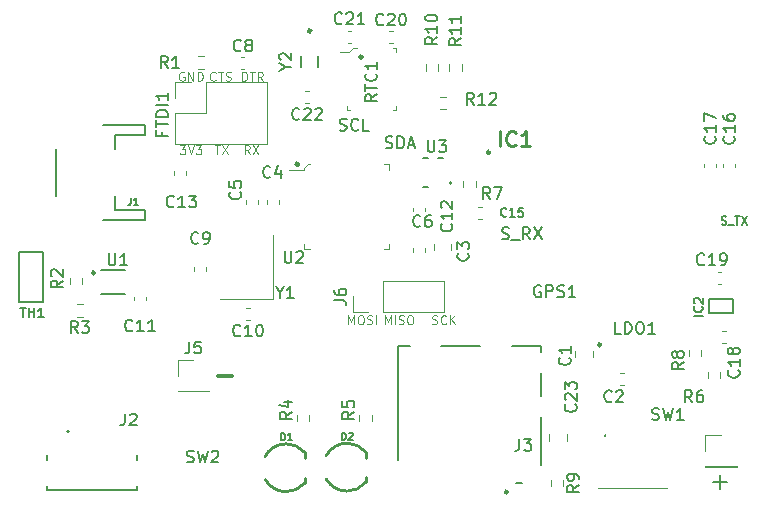
<source format=gbr>
%TF.GenerationSoftware,KiCad,Pcbnew,(5.1.9)-1*%
%TF.CreationDate,2021-02-04T12:48:35+01:00*%
%TF.ProjectId,Track-your-cat,54726163-6b2d-4796-9f75-722d6361742e,1*%
%TF.SameCoordinates,Original*%
%TF.FileFunction,Legend,Top*%
%TF.FilePolarity,Positive*%
%FSLAX46Y46*%
G04 Gerber Fmt 4.6, Leading zero omitted, Abs format (unit mm)*
G04 Created by KiCad (PCBNEW (5.1.9)-1) date 2021-02-04 12:48:35*
%MOMM*%
%LPD*%
G01*
G04 APERTURE LIST*
%ADD10C,0.100000*%
%ADD11C,0.200000*%
%ADD12C,0.300000*%
%ADD13C,0.120000*%
%ADD14C,0.150000*%
%ADD15C,0.250000*%
%ADD16C,0.254000*%
%ADD17C,0.127000*%
%ADD18C,0.203200*%
%ADD19C,0.175000*%
G04 APERTURE END LIST*
D10*
X76735714Y-99103571D02*
X76842857Y-99139285D01*
X77021428Y-99139285D01*
X77092857Y-99103571D01*
X77128571Y-99067857D01*
X77164285Y-98996428D01*
X77164285Y-98925000D01*
X77128571Y-98853571D01*
X77092857Y-98817857D01*
X77021428Y-98782142D01*
X76878571Y-98746428D01*
X76807142Y-98710714D01*
X76771428Y-98675000D01*
X76735714Y-98603571D01*
X76735714Y-98532142D01*
X76771428Y-98460714D01*
X76807142Y-98425000D01*
X76878571Y-98389285D01*
X77057142Y-98389285D01*
X77164285Y-98425000D01*
X77914285Y-99067857D02*
X77878571Y-99103571D01*
X77771428Y-99139285D01*
X77700000Y-99139285D01*
X77592857Y-99103571D01*
X77521428Y-99032142D01*
X77485714Y-98960714D01*
X77450000Y-98817857D01*
X77450000Y-98710714D01*
X77485714Y-98567857D01*
X77521428Y-98496428D01*
X77592857Y-98425000D01*
X77700000Y-98389285D01*
X77771428Y-98389285D01*
X77878571Y-98425000D01*
X77914285Y-98460714D01*
X78235714Y-99139285D02*
X78235714Y-98389285D01*
X78664285Y-99139285D02*
X78342857Y-98710714D01*
X78664285Y-98389285D02*
X78235714Y-98817857D01*
X72721428Y-99139285D02*
X72721428Y-98389285D01*
X72971428Y-98925000D01*
X73221428Y-98389285D01*
X73221428Y-99139285D01*
X73578571Y-99139285D02*
X73578571Y-98389285D01*
X73900000Y-99103571D02*
X74007142Y-99139285D01*
X74185714Y-99139285D01*
X74257142Y-99103571D01*
X74292857Y-99067857D01*
X74328571Y-98996428D01*
X74328571Y-98925000D01*
X74292857Y-98853571D01*
X74257142Y-98817857D01*
X74185714Y-98782142D01*
X74042857Y-98746428D01*
X73971428Y-98710714D01*
X73935714Y-98675000D01*
X73900000Y-98603571D01*
X73900000Y-98532142D01*
X73935714Y-98460714D01*
X73971428Y-98425000D01*
X74042857Y-98389285D01*
X74221428Y-98389285D01*
X74328571Y-98425000D01*
X74792857Y-98389285D02*
X74935714Y-98389285D01*
X75007142Y-98425000D01*
X75078571Y-98496428D01*
X75114285Y-98639285D01*
X75114285Y-98889285D01*
X75078571Y-99032142D01*
X75007142Y-99103571D01*
X74935714Y-99139285D01*
X74792857Y-99139285D01*
X74721428Y-99103571D01*
X74650000Y-99032142D01*
X74614285Y-98889285D01*
X74614285Y-98639285D01*
X74650000Y-98496428D01*
X74721428Y-98425000D01*
X74792857Y-98389285D01*
X69621428Y-99139285D02*
X69621428Y-98389285D01*
X69871428Y-98925000D01*
X70121428Y-98389285D01*
X70121428Y-99139285D01*
X70621428Y-98389285D02*
X70764285Y-98389285D01*
X70835714Y-98425000D01*
X70907142Y-98496428D01*
X70942857Y-98639285D01*
X70942857Y-98889285D01*
X70907142Y-99032142D01*
X70835714Y-99103571D01*
X70764285Y-99139285D01*
X70621428Y-99139285D01*
X70550000Y-99103571D01*
X70478571Y-99032142D01*
X70442857Y-98889285D01*
X70442857Y-98639285D01*
X70478571Y-98496428D01*
X70550000Y-98425000D01*
X70621428Y-98389285D01*
X71228571Y-99103571D02*
X71335714Y-99139285D01*
X71514285Y-99139285D01*
X71585714Y-99103571D01*
X71621428Y-99067857D01*
X71657142Y-98996428D01*
X71657142Y-98925000D01*
X71621428Y-98853571D01*
X71585714Y-98817857D01*
X71514285Y-98782142D01*
X71371428Y-98746428D01*
X71300000Y-98710714D01*
X71264285Y-98675000D01*
X71228571Y-98603571D01*
X71228571Y-98532142D01*
X71264285Y-98460714D01*
X71300000Y-98425000D01*
X71371428Y-98389285D01*
X71550000Y-98389285D01*
X71657142Y-98425000D01*
X71978571Y-99139285D02*
X71978571Y-98389285D01*
D11*
X100528571Y-112507142D02*
X101671428Y-112507142D01*
X101100000Y-113078571D02*
X101100000Y-111935714D01*
D12*
X58628571Y-103507142D02*
X59771428Y-103507142D01*
D10*
X55728571Y-77825000D02*
X55657142Y-77789285D01*
X55550000Y-77789285D01*
X55442857Y-77825000D01*
X55371428Y-77896428D01*
X55335714Y-77967857D01*
X55300000Y-78110714D01*
X55300000Y-78217857D01*
X55335714Y-78360714D01*
X55371428Y-78432142D01*
X55442857Y-78503571D01*
X55550000Y-78539285D01*
X55621428Y-78539285D01*
X55728571Y-78503571D01*
X55764285Y-78467857D01*
X55764285Y-78217857D01*
X55621428Y-78217857D01*
X56085714Y-78539285D02*
X56085714Y-77789285D01*
X56514285Y-78539285D01*
X56514285Y-77789285D01*
X56871428Y-78539285D02*
X56871428Y-77789285D01*
X57050000Y-77789285D01*
X57157142Y-77825000D01*
X57228571Y-77896428D01*
X57264285Y-77967857D01*
X57300000Y-78110714D01*
X57300000Y-78217857D01*
X57264285Y-78360714D01*
X57228571Y-78432142D01*
X57157142Y-78503571D01*
X57050000Y-78539285D01*
X56871428Y-78539285D01*
X58389285Y-78467857D02*
X58353571Y-78503571D01*
X58246428Y-78539285D01*
X58175000Y-78539285D01*
X58067857Y-78503571D01*
X57996428Y-78432142D01*
X57960714Y-78360714D01*
X57925000Y-78217857D01*
X57925000Y-78110714D01*
X57960714Y-77967857D01*
X57996428Y-77896428D01*
X58067857Y-77825000D01*
X58175000Y-77789285D01*
X58246428Y-77789285D01*
X58353571Y-77825000D01*
X58389285Y-77860714D01*
X58603571Y-77789285D02*
X59032142Y-77789285D01*
X58817857Y-78539285D02*
X58817857Y-77789285D01*
X59246428Y-78503571D02*
X59353571Y-78539285D01*
X59532142Y-78539285D01*
X59603571Y-78503571D01*
X59639285Y-78467857D01*
X59675000Y-78396428D01*
X59675000Y-78325000D01*
X59639285Y-78253571D01*
X59603571Y-78217857D01*
X59532142Y-78182142D01*
X59389285Y-78146428D01*
X59317857Y-78110714D01*
X59282142Y-78075000D01*
X59246428Y-78003571D01*
X59246428Y-77932142D01*
X59282142Y-77860714D01*
X59317857Y-77825000D01*
X59389285Y-77789285D01*
X59567857Y-77789285D01*
X59675000Y-77825000D01*
X55371428Y-83989285D02*
X55835714Y-83989285D01*
X55585714Y-84275000D01*
X55692857Y-84275000D01*
X55764285Y-84310714D01*
X55800000Y-84346428D01*
X55835714Y-84417857D01*
X55835714Y-84596428D01*
X55800000Y-84667857D01*
X55764285Y-84703571D01*
X55692857Y-84739285D01*
X55478571Y-84739285D01*
X55407142Y-84703571D01*
X55371428Y-84667857D01*
X56050000Y-83989285D02*
X56300000Y-84739285D01*
X56550000Y-83989285D01*
X56728571Y-83989285D02*
X57192857Y-83989285D01*
X56942857Y-84275000D01*
X57050000Y-84275000D01*
X57121428Y-84310714D01*
X57157142Y-84346428D01*
X57192857Y-84417857D01*
X57192857Y-84596428D01*
X57157142Y-84667857D01*
X57121428Y-84703571D01*
X57050000Y-84739285D01*
X56835714Y-84739285D01*
X56764285Y-84703571D01*
X56728571Y-84667857D01*
X61275000Y-84739285D02*
X61025000Y-84382142D01*
X60846428Y-84739285D02*
X60846428Y-83989285D01*
X61132142Y-83989285D01*
X61203571Y-84025000D01*
X61239285Y-84060714D01*
X61275000Y-84132142D01*
X61275000Y-84239285D01*
X61239285Y-84310714D01*
X61203571Y-84346428D01*
X61132142Y-84382142D01*
X60846428Y-84382142D01*
X61525000Y-83989285D02*
X62025000Y-84739285D01*
X62025000Y-83989285D02*
X61525000Y-84739285D01*
X58328571Y-83989285D02*
X58757142Y-83989285D01*
X58542857Y-84739285D02*
X58542857Y-83989285D01*
X58935714Y-83989285D02*
X59435714Y-84739285D01*
X59435714Y-83989285D02*
X58935714Y-84739285D01*
X60642857Y-78539285D02*
X60642857Y-77789285D01*
X60821428Y-77789285D01*
X60928571Y-77825000D01*
X61000000Y-77896428D01*
X61035714Y-77967857D01*
X61071428Y-78110714D01*
X61071428Y-78217857D01*
X61035714Y-78360714D01*
X61000000Y-78432142D01*
X60928571Y-78503571D01*
X60821428Y-78539285D01*
X60642857Y-78539285D01*
X61285714Y-77789285D02*
X61714285Y-77789285D01*
X61500000Y-78539285D02*
X61500000Y-77789285D01*
X62392857Y-78539285D02*
X62142857Y-78182142D01*
X61964285Y-78539285D02*
X61964285Y-77789285D01*
X62250000Y-77789285D01*
X62321428Y-77825000D01*
X62357142Y-77860714D01*
X62392857Y-77932142D01*
X62392857Y-78039285D01*
X62357142Y-78110714D01*
X62321428Y-78146428D01*
X62250000Y-78182142D01*
X61964285Y-78182142D01*
D12*
X70800000Y-76500000D02*
G75*
G03*
X70800000Y-76500000I-100000J0D01*
G01*
X65400000Y-85600000D02*
G75*
G03*
X65400000Y-85600000I-100000J0D01*
G01*
D13*
%TO.C,FTDI1*%
X54970000Y-80000000D02*
X54970000Y-78670000D01*
X54970000Y-78670000D02*
X56300000Y-78670000D01*
X54970000Y-81270000D02*
X57570000Y-81270000D01*
X57570000Y-81270000D02*
X57570000Y-78670000D01*
X57570000Y-78670000D02*
X62710000Y-78670000D01*
X62710000Y-83870000D02*
X62710000Y-78670000D01*
X54970000Y-83870000D02*
X62710000Y-83870000D01*
X54970000Y-83870000D02*
X54970000Y-81270000D01*
D14*
%TO.C,J3*%
X73850000Y-101025000D02*
X74845000Y-101025000D01*
X77495000Y-101025000D02*
X80815000Y-101025000D01*
X83465000Y-101025000D02*
X85950000Y-101025000D01*
X85950000Y-111075000D02*
X85950000Y-106975000D01*
X85950000Y-105225000D02*
X85950000Y-103275001D01*
X85950000Y-101525001D02*
X85950000Y-101025000D01*
X83805000Y-112575000D02*
X84315000Y-112575000D01*
X73850000Y-110625000D02*
X73850000Y-101025000D01*
D15*
X83130000Y-113350000D02*
G75*
G03*
X83130000Y-113350000I-125000J0D01*
G01*
D13*
%TO.C,J5*%
X55170000Y-102170000D02*
X56500000Y-102170000D01*
X55170000Y-103500000D02*
X55170000Y-102170000D01*
X55170000Y-104770000D02*
X57830000Y-104770000D01*
X57830000Y-104770000D02*
X57830000Y-104830000D01*
X55170000Y-104770000D02*
X55170000Y-104830000D01*
X55170000Y-104830000D02*
X57830000Y-104830000D01*
%TO.C,J4*%
X99870000Y-108570000D02*
X101200000Y-108570000D01*
X99870000Y-109900000D02*
X99870000Y-108570000D01*
X99870000Y-111170000D02*
X102530000Y-111170000D01*
X102530000Y-111170000D02*
X102530000Y-111230000D01*
X99870000Y-111170000D02*
X99870000Y-111230000D01*
X99870000Y-111230000D02*
X102530000Y-111230000D01*
D15*
%TO.C,IC1*%
X81625000Y-84600000D02*
G75*
G03*
X81625000Y-84600000I-125000J0D01*
G01*
D16*
%TO.C,D2*%
X71104800Y-112542860D02*
X71104800Y-112088200D01*
X71104800Y-109957140D02*
X71104800Y-110462600D01*
X71104800Y-112542860D02*
X71104800Y-112088200D01*
X71104800Y-109957140D02*
X71104800Y-110462600D01*
X67766701Y-112259851D02*
G75*
G03*
X69530000Y-113282000I1763299J1009851D01*
G01*
X69532552Y-113279386D02*
G75*
G03*
X71079400Y-112560640I-2552J2029386D01*
G01*
X69529025Y-109220540D02*
G75*
G03*
X67739300Y-110294960I975J-2029460D01*
G01*
X71088880Y-109946574D02*
G75*
G03*
X69530000Y-109218000I-1558880J-1303426D01*
G01*
X67766701Y-112259851D02*
G75*
G03*
X69530000Y-113282000I1763299J1009851D01*
G01*
X69532552Y-113279386D02*
G75*
G03*
X71079400Y-112560640I-2552J2029386D01*
G01*
X69529025Y-109220540D02*
G75*
G03*
X67739300Y-110294960I975J-2029460D01*
G01*
X71088880Y-109946574D02*
G75*
G03*
X69530000Y-109218000I-1558880J-1303426D01*
G01*
D11*
%TO.C,U3*%
X78400000Y-87200000D02*
G75*
G03*
X78400000Y-87200000I-100000J0D01*
G01*
D17*
X77250000Y-85086500D02*
X77650000Y-85086500D01*
X76350000Y-85086500D02*
X75950000Y-85086500D01*
X76350000Y-87513500D02*
X75950000Y-87513500D01*
D13*
%TO.C,R10*%
X76177500Y-77667224D02*
X76177500Y-77157776D01*
X77222500Y-77667224D02*
X77222500Y-77157776D01*
D17*
%TO.C,Y2*%
X67100000Y-76460000D02*
X67100000Y-77340000D01*
X65600000Y-76460000D02*
X65600000Y-77340000D01*
D12*
X66450000Y-74300000D02*
G75*
G03*
X66450000Y-74300000I-100000J0D01*
G01*
D10*
%TO.C,U2*%
X66350000Y-85600000D02*
X66250000Y-85600000D01*
X66250000Y-85600000D02*
X65900000Y-85950000D01*
X65900000Y-85950000D02*
X65900000Y-86050000D01*
X65900000Y-86050000D02*
X64600000Y-86050000D01*
X73100000Y-85600000D02*
X72650000Y-85600000D01*
X73100000Y-85600000D02*
X73100000Y-86050000D01*
X73100000Y-92800000D02*
X73100000Y-92350000D01*
X73100000Y-92800000D02*
X72650000Y-92800000D01*
X65900000Y-92800000D02*
X66350000Y-92800000D01*
X65900000Y-92800000D02*
X65900000Y-92350000D01*
D16*
%TO.C,D1*%
X65944800Y-110007140D02*
X65944800Y-110512600D01*
X65944800Y-112592860D02*
X65944800Y-112138200D01*
X65944800Y-110007140D02*
X65944800Y-110512600D01*
X65944800Y-112592860D02*
X65944800Y-112138200D01*
X65928880Y-109996574D02*
G75*
G03*
X64370000Y-109268000I-1558880J-1303426D01*
G01*
X64369025Y-109270540D02*
G75*
G03*
X62579300Y-110344960I975J-2029460D01*
G01*
X64372552Y-113329386D02*
G75*
G03*
X65919400Y-112610640I-2552J2029386D01*
G01*
X62606701Y-112309851D02*
G75*
G03*
X64370000Y-113332000I1763299J1009851D01*
G01*
X65928880Y-109996574D02*
G75*
G03*
X64370000Y-109268000I-1558880J-1303426D01*
G01*
X64369025Y-109270540D02*
G75*
G03*
X62579300Y-110344960I975J-2029460D01*
G01*
X64372552Y-113329386D02*
G75*
G03*
X65919400Y-112610640I-2552J2029386D01*
G01*
X62606701Y-112309851D02*
G75*
G03*
X64370000Y-113332000I1763299J1009851D01*
G01*
D13*
%TO.C,R8*%
X98477500Y-101854724D02*
X98477500Y-101345276D01*
X99522500Y-101854724D02*
X99522500Y-101345276D01*
%TO.C,C1*%
X90335000Y-101401248D02*
X90335000Y-101923752D01*
X88865000Y-101401248D02*
X88865000Y-101923752D01*
%TO.C,C2*%
X92946267Y-104310000D02*
X92653733Y-104310000D01*
X92946267Y-103290000D02*
X92653733Y-103290000D01*
%TO.C,C3*%
X78335000Y-92376248D02*
X78335000Y-92898752D01*
X76865000Y-92376248D02*
X76865000Y-92898752D01*
%TO.C,C4*%
X63760000Y-88958767D02*
X63760000Y-88666233D01*
X62740000Y-88958767D02*
X62740000Y-88666233D01*
%TO.C,C5*%
X60990000Y-88958767D02*
X60990000Y-88666233D01*
X62010000Y-88958767D02*
X62010000Y-88666233D01*
%TO.C,C6*%
X75090000Y-92716233D02*
X75090000Y-93008767D01*
X76110000Y-92716233D02*
X76110000Y-93008767D01*
%TO.C,C8*%
X60516233Y-77510000D02*
X60808767Y-77510000D01*
X60516233Y-76490000D02*
X60808767Y-76490000D01*
%TO.C,C9*%
X57610000Y-94608767D02*
X57610000Y-94316233D01*
X56590000Y-94608767D02*
X56590000Y-94316233D01*
%TO.C,C10*%
X61283767Y-98810000D02*
X60991233Y-98810000D01*
X61283767Y-97790000D02*
X60991233Y-97790000D01*
%TO.C,C11*%
X52510000Y-96816233D02*
X52510000Y-97108767D01*
X51490000Y-96816233D02*
X51490000Y-97108767D01*
%TO.C,C12*%
X75090000Y-89583767D02*
X75090000Y-89291233D01*
X76110000Y-89583767D02*
X76110000Y-89291233D01*
%TO.C,C13*%
X54890000Y-86216233D02*
X54890000Y-86508767D01*
X55910000Y-86216233D02*
X55910000Y-86508767D01*
%TO.C,C15*%
X80908767Y-89190000D02*
X80616233Y-89190000D01*
X80908767Y-90210000D02*
X80616233Y-90210000D01*
%TO.C,C16*%
X102410000Y-85846267D02*
X102410000Y-85553733D01*
X101390000Y-85846267D02*
X101390000Y-85553733D01*
%TO.C,C17*%
X100760000Y-85846267D02*
X100760000Y-85553733D01*
X99740000Y-85846267D02*
X99740000Y-85553733D01*
%TO.C,C18*%
X101583767Y-100710000D02*
X101291233Y-100710000D01*
X101583767Y-99690000D02*
X101291233Y-99690000D01*
%TO.C,C20*%
X73091233Y-74290000D02*
X73383767Y-74290000D01*
X73091233Y-75310000D02*
X73383767Y-75310000D01*
%TO.C,C21*%
X69883767Y-74290000D02*
X69591233Y-74290000D01*
X69883767Y-75310000D02*
X69591233Y-75310000D01*
%TO.C,C22*%
X65991233Y-79390000D02*
X66283767Y-79390000D01*
X65991233Y-80410000D02*
X66283767Y-80410000D01*
%TO.C,C23*%
X86665000Y-108476248D02*
X86665000Y-108998752D01*
X88135000Y-108476248D02*
X88135000Y-108998752D01*
D17*
%TO.C,IC2*%
X100201780Y-96975160D02*
X102198220Y-96975160D01*
X102198220Y-96975160D02*
X102198220Y-98224840D01*
X100201780Y-98224840D02*
X102198220Y-98224840D01*
X100201780Y-98224840D02*
X100201780Y-96975160D01*
D18*
%TO.C,J1*%
X48898220Y-90297960D02*
X52398340Y-90297960D01*
X52398340Y-90297960D02*
X52398340Y-89497860D01*
X52398340Y-89497860D02*
X49898980Y-89497860D01*
X49898980Y-89497860D02*
X49898980Y-88298980D01*
X49898980Y-84301020D02*
X49898980Y-83102140D01*
X49898980Y-83102140D02*
X52398340Y-83102140D01*
X52398340Y-83102140D02*
X52398340Y-82302040D01*
X52398340Y-82302040D02*
X48898220Y-82302040D01*
X44900260Y-84301020D02*
X44900260Y-88298980D01*
D15*
%TO.C,LDO1*%
X91025000Y-100875000D02*
G75*
G03*
X91025000Y-100875000I-125000J0D01*
G01*
D13*
%TO.C,R1*%
X56945276Y-77522500D02*
X57454724Y-77522500D01*
X56945276Y-76477500D02*
X57454724Y-76477500D01*
%TO.C,R2*%
X46077500Y-95245276D02*
X46077500Y-95754724D01*
X47122500Y-95245276D02*
X47122500Y-95754724D01*
%TO.C,R3*%
X47142224Y-98522500D02*
X46632776Y-98522500D01*
X47142224Y-97477500D02*
X46632776Y-97477500D01*
%TO.C,R4*%
X65277500Y-107342224D02*
X65277500Y-106832776D01*
X66322500Y-107342224D02*
X66322500Y-106832776D01*
%TO.C,R5*%
X71622500Y-107342224D02*
X71622500Y-106832776D01*
X70577500Y-107342224D02*
X70577500Y-106832776D01*
%TO.C,R6*%
X100077500Y-103232776D02*
X100077500Y-103742224D01*
X101122500Y-103232776D02*
X101122500Y-103742224D01*
%TO.C,R7*%
X79377500Y-87542224D02*
X79377500Y-87032776D01*
X80422500Y-87542224D02*
X80422500Y-87032776D01*
%TO.C,R9*%
X86777500Y-112842224D02*
X86777500Y-112332776D01*
X87822500Y-112842224D02*
X87822500Y-112332776D01*
%TO.C,R11*%
X78177500Y-77667224D02*
X78177500Y-77157776D01*
X79222500Y-77667224D02*
X79222500Y-77157776D01*
%TO.C,R12*%
X77432776Y-80922500D02*
X77942224Y-80922500D01*
X77432776Y-79877500D02*
X77942224Y-79877500D01*
D10*
%TO.C,RTC1*%
X70400000Y-75800000D02*
X70000000Y-75800000D01*
X70000000Y-75800000D02*
X69700000Y-76100000D01*
X69700000Y-76100000D02*
X68900000Y-76100000D01*
X69500000Y-80700000D02*
X69500000Y-81000000D01*
X69500000Y-81000000D02*
X69800000Y-81000000D01*
X73700000Y-76100000D02*
X73700000Y-75800000D01*
X73700000Y-75800000D02*
X73400000Y-75800000D01*
X73700000Y-80700000D02*
X73700000Y-81000000D01*
X73700000Y-81000000D02*
X73400000Y-81000000D01*
%TO.C,SW1*%
X90800000Y-113000000D02*
X96600000Y-113000000D01*
D11*
X91400000Y-108500000D02*
X91400000Y-108500000D01*
X91400000Y-108600000D02*
X91400000Y-108600000D01*
X91400000Y-108500000D02*
X91400000Y-108500000D01*
X91400000Y-108600000D02*
G75*
G02*
X91400000Y-108500000I0J50000D01*
G01*
X91400000Y-108500000D02*
G75*
G02*
X91400000Y-108600000I0J-50000D01*
G01*
X91400000Y-108600000D02*
G75*
G02*
X91400000Y-108500000I0J50000D01*
G01*
D17*
%TO.C,TH1*%
X43750000Y-93050000D02*
X41750000Y-93050000D01*
X41750000Y-93050000D02*
X41750000Y-97250000D01*
X41750000Y-97250000D02*
X43750000Y-97250000D01*
X43750000Y-97250000D02*
X43750000Y-93050000D01*
D14*
%TO.C,U1*%
X48700000Y-96600000D02*
X48700000Y-96600000D01*
X48700000Y-96600000D02*
X50700000Y-96600000D01*
X50700000Y-96600000D02*
X50700000Y-96600000D01*
X48700000Y-94600000D02*
X48700000Y-94600000D01*
X48700000Y-94600000D02*
X50700000Y-94600000D01*
X50700000Y-94600000D02*
X50700000Y-94600000D01*
D15*
X48168934Y-94800000D02*
G75*
G03*
X48168934Y-94800000I-125000J0D01*
G01*
D13*
%TO.C,Y1*%
X63250000Y-97000000D02*
X63250000Y-91600000D01*
X58750000Y-97000000D02*
X63250000Y-97000000D01*
D17*
%TO.C,J2*%
X51700000Y-112850000D02*
X51700000Y-113150000D01*
X44100000Y-112850000D02*
X44100000Y-113150000D01*
X51700000Y-110650000D02*
X51700000Y-110250000D01*
X44100000Y-110250000D02*
X44100000Y-110650000D01*
X44100000Y-113200000D02*
X51700000Y-113200000D01*
D11*
X46000000Y-108250000D02*
G75*
G03*
X46000000Y-108250000I-100000J0D01*
G01*
D13*
%TO.C,C19*%
X100891233Y-95710000D02*
X101183767Y-95710000D01*
X100891233Y-94690000D02*
X101183767Y-94690000D01*
%TO.C,J6*%
X69990000Y-98130000D02*
X69990000Y-96800000D01*
X71320000Y-98130000D02*
X69990000Y-98130000D01*
X72590000Y-98130000D02*
X72590000Y-95470000D01*
X72590000Y-95470000D02*
X77730000Y-95470000D01*
X72590000Y-98130000D02*
X77730000Y-98130000D01*
X77730000Y-98130000D02*
X77730000Y-95470000D01*
%TO.C,FTDI1*%
D14*
X53828571Y-82852380D02*
X53828571Y-83185714D01*
X54352380Y-83185714D02*
X53352380Y-83185714D01*
X53352380Y-82709523D01*
X53352380Y-82471428D02*
X53352380Y-81900000D01*
X54352380Y-82185714D02*
X53352380Y-82185714D01*
X54352380Y-81566666D02*
X53352380Y-81566666D01*
X53352380Y-81328571D01*
X53400000Y-81185714D01*
X53495238Y-81090476D01*
X53590476Y-81042857D01*
X53780952Y-80995238D01*
X53923809Y-80995238D01*
X54114285Y-81042857D01*
X54209523Y-81090476D01*
X54304761Y-81185714D01*
X54352380Y-81328571D01*
X54352380Y-81566666D01*
X54352380Y-80566666D02*
X53352380Y-80566666D01*
X54352380Y-79566666D02*
X54352380Y-80138095D01*
X54352380Y-79852380D02*
X53352380Y-79852380D01*
X53495238Y-79947619D01*
X53590476Y-80042857D01*
X53638095Y-80138095D01*
%TO.C,J3*%
X84121309Y-108852380D02*
X84121309Y-109566666D01*
X84073690Y-109709523D01*
X83978452Y-109804761D01*
X83835595Y-109852380D01*
X83740357Y-109852380D01*
X84502261Y-108852380D02*
X85121309Y-108852380D01*
X84787976Y-109233333D01*
X84930833Y-109233333D01*
X85026071Y-109280952D01*
X85073690Y-109328571D01*
X85121309Y-109423809D01*
X85121309Y-109661904D01*
X85073690Y-109757142D01*
X85026071Y-109804761D01*
X84930833Y-109852380D01*
X84645119Y-109852380D01*
X84549880Y-109804761D01*
X84502261Y-109757142D01*
%TO.C,J5*%
X56166666Y-100622380D02*
X56166666Y-101336666D01*
X56119047Y-101479523D01*
X56023809Y-101574761D01*
X55880952Y-101622380D01*
X55785714Y-101622380D01*
X57119047Y-100622380D02*
X56642857Y-100622380D01*
X56595238Y-101098571D01*
X56642857Y-101050952D01*
X56738095Y-101003333D01*
X56976190Y-101003333D01*
X57071428Y-101050952D01*
X57119047Y-101098571D01*
X57166666Y-101193809D01*
X57166666Y-101431904D01*
X57119047Y-101527142D01*
X57071428Y-101574761D01*
X56976190Y-101622380D01*
X56738095Y-101622380D01*
X56642857Y-101574761D01*
X56595238Y-101527142D01*
%TO.C,IC1*%
D16*
X82460238Y-84074523D02*
X82460238Y-82804523D01*
X83790714Y-83953571D02*
X83730238Y-84014047D01*
X83548809Y-84074523D01*
X83427857Y-84074523D01*
X83246428Y-84014047D01*
X83125476Y-83893095D01*
X83065000Y-83772142D01*
X83004523Y-83530238D01*
X83004523Y-83348809D01*
X83065000Y-83106904D01*
X83125476Y-82985952D01*
X83246428Y-82865000D01*
X83427857Y-82804523D01*
X83548809Y-82804523D01*
X83730238Y-82865000D01*
X83790714Y-82925476D01*
X85000238Y-84074523D02*
X84274523Y-84074523D01*
X84637380Y-84074523D02*
X84637380Y-82804523D01*
X84516428Y-82985952D01*
X84395476Y-83106904D01*
X84274523Y-83167380D01*
%TO.C,D2*%
D17*
X69080057Y-108937511D02*
X69080057Y-108327911D01*
X69225200Y-108327911D01*
X69312285Y-108356940D01*
X69370342Y-108414997D01*
X69399371Y-108473054D01*
X69428400Y-108589168D01*
X69428400Y-108676254D01*
X69399371Y-108792368D01*
X69370342Y-108850425D01*
X69312285Y-108908482D01*
X69225200Y-108937511D01*
X69080057Y-108937511D01*
X69660628Y-108385968D02*
X69689657Y-108356940D01*
X69747714Y-108327911D01*
X69892857Y-108327911D01*
X69950914Y-108356940D01*
X69979942Y-108385968D01*
X70008971Y-108444025D01*
X70008971Y-108502082D01*
X69979942Y-108589168D01*
X69631600Y-108937511D01*
X70008971Y-108937511D01*
%TO.C,U3*%
D14*
X76338095Y-83552380D02*
X76338095Y-84361904D01*
X76385714Y-84457142D01*
X76433333Y-84504761D01*
X76528571Y-84552380D01*
X76719047Y-84552380D01*
X76814285Y-84504761D01*
X76861904Y-84457142D01*
X76909523Y-84361904D01*
X76909523Y-83552380D01*
X77290476Y-83552380D02*
X77909523Y-83552380D01*
X77576190Y-83933333D01*
X77719047Y-83933333D01*
X77814285Y-83980952D01*
X77861904Y-84028571D01*
X77909523Y-84123809D01*
X77909523Y-84361904D01*
X77861904Y-84457142D01*
X77814285Y-84504761D01*
X77719047Y-84552380D01*
X77433333Y-84552380D01*
X77338095Y-84504761D01*
X77290476Y-84457142D01*
%TO.C,GPS1*%
X85909523Y-95900000D02*
X85814285Y-95852380D01*
X85671428Y-95852380D01*
X85528571Y-95900000D01*
X85433333Y-95995238D01*
X85385714Y-96090476D01*
X85338095Y-96280952D01*
X85338095Y-96423809D01*
X85385714Y-96614285D01*
X85433333Y-96709523D01*
X85528571Y-96804761D01*
X85671428Y-96852380D01*
X85766666Y-96852380D01*
X85909523Y-96804761D01*
X85957142Y-96757142D01*
X85957142Y-96423809D01*
X85766666Y-96423809D01*
X86385714Y-96852380D02*
X86385714Y-95852380D01*
X86766666Y-95852380D01*
X86861904Y-95900000D01*
X86909523Y-95947619D01*
X86957142Y-96042857D01*
X86957142Y-96185714D01*
X86909523Y-96280952D01*
X86861904Y-96328571D01*
X86766666Y-96376190D01*
X86385714Y-96376190D01*
X87338095Y-96804761D02*
X87480952Y-96852380D01*
X87719047Y-96852380D01*
X87814285Y-96804761D01*
X87861904Y-96757142D01*
X87909523Y-96661904D01*
X87909523Y-96566666D01*
X87861904Y-96471428D01*
X87814285Y-96423809D01*
X87719047Y-96376190D01*
X87528571Y-96328571D01*
X87433333Y-96280952D01*
X87385714Y-96233333D01*
X87338095Y-96138095D01*
X87338095Y-96042857D01*
X87385714Y-95947619D01*
X87433333Y-95900000D01*
X87528571Y-95852380D01*
X87766666Y-95852380D01*
X87909523Y-95900000D01*
X88861904Y-96852380D02*
X88290476Y-96852380D01*
X88576190Y-96852380D02*
X88576190Y-95852380D01*
X88480952Y-95995238D01*
X88385714Y-96090476D01*
X88290476Y-96138095D01*
%TO.C,R10*%
X77152380Y-74842857D02*
X76676190Y-75176190D01*
X77152380Y-75414285D02*
X76152380Y-75414285D01*
X76152380Y-75033333D01*
X76200000Y-74938095D01*
X76247619Y-74890476D01*
X76342857Y-74842857D01*
X76485714Y-74842857D01*
X76580952Y-74890476D01*
X76628571Y-74938095D01*
X76676190Y-75033333D01*
X76676190Y-75414285D01*
X77152380Y-73890476D02*
X77152380Y-74461904D01*
X77152380Y-74176190D02*
X76152380Y-74176190D01*
X76295238Y-74271428D01*
X76390476Y-74366666D01*
X76438095Y-74461904D01*
X76152380Y-73271428D02*
X76152380Y-73176190D01*
X76200000Y-73080952D01*
X76247619Y-73033333D01*
X76342857Y-72985714D01*
X76533333Y-72938095D01*
X76771428Y-72938095D01*
X76961904Y-72985714D01*
X77057142Y-73033333D01*
X77104761Y-73080952D01*
X77152380Y-73176190D01*
X77152380Y-73271428D01*
X77104761Y-73366666D01*
X77057142Y-73414285D01*
X76961904Y-73461904D01*
X76771428Y-73509523D01*
X76533333Y-73509523D01*
X76342857Y-73461904D01*
X76247619Y-73414285D01*
X76200000Y-73366666D01*
X76152380Y-73271428D01*
%TO.C,Y2*%
X64326190Y-77376190D02*
X64802380Y-77376190D01*
X63802380Y-77709523D02*
X64326190Y-77376190D01*
X63802380Y-77042857D01*
X63897619Y-76757142D02*
X63850000Y-76709523D01*
X63802380Y-76614285D01*
X63802380Y-76376190D01*
X63850000Y-76280952D01*
X63897619Y-76233333D01*
X63992857Y-76185714D01*
X64088095Y-76185714D01*
X64230952Y-76233333D01*
X64802380Y-76804761D01*
X64802380Y-76185714D01*
%TO.C,U2*%
X64238095Y-92952380D02*
X64238095Y-93761904D01*
X64285714Y-93857142D01*
X64333333Y-93904761D01*
X64428571Y-93952380D01*
X64619047Y-93952380D01*
X64714285Y-93904761D01*
X64761904Y-93857142D01*
X64809523Y-93761904D01*
X64809523Y-92952380D01*
X65238095Y-93047619D02*
X65285714Y-93000000D01*
X65380952Y-92952380D01*
X65619047Y-92952380D01*
X65714285Y-93000000D01*
X65761904Y-93047619D01*
X65809523Y-93142857D01*
X65809523Y-93238095D01*
X65761904Y-93380952D01*
X65190476Y-93952380D01*
X65809523Y-93952380D01*
%TO.C,D1*%
D17*
X63920057Y-108987511D02*
X63920057Y-108377911D01*
X64065200Y-108377911D01*
X64152285Y-108406940D01*
X64210342Y-108464997D01*
X64239371Y-108523054D01*
X64268400Y-108639168D01*
X64268400Y-108726254D01*
X64239371Y-108842368D01*
X64210342Y-108900425D01*
X64152285Y-108958482D01*
X64065200Y-108987511D01*
X63920057Y-108987511D01*
X64848971Y-108987511D02*
X64500628Y-108987511D01*
X64674800Y-108987511D02*
X64674800Y-108377911D01*
X64616742Y-108464997D01*
X64558685Y-108523054D01*
X64500628Y-108552082D01*
%TO.C,R8*%
D14*
X98052380Y-102366666D02*
X97576190Y-102700000D01*
X98052380Y-102938095D02*
X97052380Y-102938095D01*
X97052380Y-102557142D01*
X97100000Y-102461904D01*
X97147619Y-102414285D01*
X97242857Y-102366666D01*
X97385714Y-102366666D01*
X97480952Y-102414285D01*
X97528571Y-102461904D01*
X97576190Y-102557142D01*
X97576190Y-102938095D01*
X97480952Y-101795238D02*
X97433333Y-101890476D01*
X97385714Y-101938095D01*
X97290476Y-101985714D01*
X97242857Y-101985714D01*
X97147619Y-101938095D01*
X97100000Y-101890476D01*
X97052380Y-101795238D01*
X97052380Y-101604761D01*
X97100000Y-101509523D01*
X97147619Y-101461904D01*
X97242857Y-101414285D01*
X97290476Y-101414285D01*
X97385714Y-101461904D01*
X97433333Y-101509523D01*
X97480952Y-101604761D01*
X97480952Y-101795238D01*
X97528571Y-101890476D01*
X97576190Y-101938095D01*
X97671428Y-101985714D01*
X97861904Y-101985714D01*
X97957142Y-101938095D01*
X98004761Y-101890476D01*
X98052380Y-101795238D01*
X98052380Y-101604761D01*
X98004761Y-101509523D01*
X97957142Y-101461904D01*
X97861904Y-101414285D01*
X97671428Y-101414285D01*
X97576190Y-101461904D01*
X97528571Y-101509523D01*
X97480952Y-101604761D01*
%TO.C,C1*%
X88357142Y-101966666D02*
X88404761Y-102014285D01*
X88452380Y-102157142D01*
X88452380Y-102252380D01*
X88404761Y-102395238D01*
X88309523Y-102490476D01*
X88214285Y-102538095D01*
X88023809Y-102585714D01*
X87880952Y-102585714D01*
X87690476Y-102538095D01*
X87595238Y-102490476D01*
X87500000Y-102395238D01*
X87452380Y-102252380D01*
X87452380Y-102157142D01*
X87500000Y-102014285D01*
X87547619Y-101966666D01*
X88452380Y-101014285D02*
X88452380Y-101585714D01*
X88452380Y-101300000D02*
X87452380Y-101300000D01*
X87595238Y-101395238D01*
X87690476Y-101490476D01*
X87738095Y-101585714D01*
%TO.C,C2*%
X91933333Y-105657142D02*
X91885714Y-105704761D01*
X91742857Y-105752380D01*
X91647619Y-105752380D01*
X91504761Y-105704761D01*
X91409523Y-105609523D01*
X91361904Y-105514285D01*
X91314285Y-105323809D01*
X91314285Y-105180952D01*
X91361904Y-104990476D01*
X91409523Y-104895238D01*
X91504761Y-104800000D01*
X91647619Y-104752380D01*
X91742857Y-104752380D01*
X91885714Y-104800000D01*
X91933333Y-104847619D01*
X92314285Y-104847619D02*
X92361904Y-104800000D01*
X92457142Y-104752380D01*
X92695238Y-104752380D01*
X92790476Y-104800000D01*
X92838095Y-104847619D01*
X92885714Y-104942857D01*
X92885714Y-105038095D01*
X92838095Y-105180952D01*
X92266666Y-105752380D01*
X92885714Y-105752380D01*
%TO.C,C3*%
X79757142Y-93141666D02*
X79804761Y-93189285D01*
X79852380Y-93332142D01*
X79852380Y-93427380D01*
X79804761Y-93570238D01*
X79709523Y-93665476D01*
X79614285Y-93713095D01*
X79423809Y-93760714D01*
X79280952Y-93760714D01*
X79090476Y-93713095D01*
X78995238Y-93665476D01*
X78900000Y-93570238D01*
X78852380Y-93427380D01*
X78852380Y-93332142D01*
X78900000Y-93189285D01*
X78947619Y-93141666D01*
X78852380Y-92808333D02*
X78852380Y-92189285D01*
X79233333Y-92522619D01*
X79233333Y-92379761D01*
X79280952Y-92284523D01*
X79328571Y-92236904D01*
X79423809Y-92189285D01*
X79661904Y-92189285D01*
X79757142Y-92236904D01*
X79804761Y-92284523D01*
X79852380Y-92379761D01*
X79852380Y-92665476D01*
X79804761Y-92760714D01*
X79757142Y-92808333D01*
%TO.C,C4*%
X63033333Y-86657142D02*
X62985714Y-86704761D01*
X62842857Y-86752380D01*
X62747619Y-86752380D01*
X62604761Y-86704761D01*
X62509523Y-86609523D01*
X62461904Y-86514285D01*
X62414285Y-86323809D01*
X62414285Y-86180952D01*
X62461904Y-85990476D01*
X62509523Y-85895238D01*
X62604761Y-85800000D01*
X62747619Y-85752380D01*
X62842857Y-85752380D01*
X62985714Y-85800000D01*
X63033333Y-85847619D01*
X63890476Y-86085714D02*
X63890476Y-86752380D01*
X63652380Y-85704761D02*
X63414285Y-86419047D01*
X64033333Y-86419047D01*
%TO.C,C5*%
X60457142Y-87966666D02*
X60504761Y-88014285D01*
X60552380Y-88157142D01*
X60552380Y-88252380D01*
X60504761Y-88395238D01*
X60409523Y-88490476D01*
X60314285Y-88538095D01*
X60123809Y-88585714D01*
X59980952Y-88585714D01*
X59790476Y-88538095D01*
X59695238Y-88490476D01*
X59600000Y-88395238D01*
X59552380Y-88252380D01*
X59552380Y-88157142D01*
X59600000Y-88014285D01*
X59647619Y-87966666D01*
X59552380Y-87061904D02*
X59552380Y-87538095D01*
X60028571Y-87585714D01*
X59980952Y-87538095D01*
X59933333Y-87442857D01*
X59933333Y-87204761D01*
X59980952Y-87109523D01*
X60028571Y-87061904D01*
X60123809Y-87014285D01*
X60361904Y-87014285D01*
X60457142Y-87061904D01*
X60504761Y-87109523D01*
X60552380Y-87204761D01*
X60552380Y-87442857D01*
X60504761Y-87538095D01*
X60457142Y-87585714D01*
%TO.C,C6*%
X75733333Y-90819642D02*
X75685714Y-90867261D01*
X75542857Y-90914880D01*
X75447619Y-90914880D01*
X75304761Y-90867261D01*
X75209523Y-90772023D01*
X75161904Y-90676785D01*
X75114285Y-90486309D01*
X75114285Y-90343452D01*
X75161904Y-90152976D01*
X75209523Y-90057738D01*
X75304761Y-89962500D01*
X75447619Y-89914880D01*
X75542857Y-89914880D01*
X75685714Y-89962500D01*
X75733333Y-90010119D01*
X76590476Y-89914880D02*
X76400000Y-89914880D01*
X76304761Y-89962500D01*
X76257142Y-90010119D01*
X76161904Y-90152976D01*
X76114285Y-90343452D01*
X76114285Y-90724404D01*
X76161904Y-90819642D01*
X76209523Y-90867261D01*
X76304761Y-90914880D01*
X76495238Y-90914880D01*
X76590476Y-90867261D01*
X76638095Y-90819642D01*
X76685714Y-90724404D01*
X76685714Y-90486309D01*
X76638095Y-90391071D01*
X76590476Y-90343452D01*
X76495238Y-90295833D01*
X76304761Y-90295833D01*
X76209523Y-90343452D01*
X76161904Y-90391071D01*
X76114285Y-90486309D01*
%TO.C,C8*%
X60533333Y-75957142D02*
X60485714Y-76004761D01*
X60342857Y-76052380D01*
X60247619Y-76052380D01*
X60104761Y-76004761D01*
X60009523Y-75909523D01*
X59961904Y-75814285D01*
X59914285Y-75623809D01*
X59914285Y-75480952D01*
X59961904Y-75290476D01*
X60009523Y-75195238D01*
X60104761Y-75100000D01*
X60247619Y-75052380D01*
X60342857Y-75052380D01*
X60485714Y-75100000D01*
X60533333Y-75147619D01*
X61104761Y-75480952D02*
X61009523Y-75433333D01*
X60961904Y-75385714D01*
X60914285Y-75290476D01*
X60914285Y-75242857D01*
X60961904Y-75147619D01*
X61009523Y-75100000D01*
X61104761Y-75052380D01*
X61295238Y-75052380D01*
X61390476Y-75100000D01*
X61438095Y-75147619D01*
X61485714Y-75242857D01*
X61485714Y-75290476D01*
X61438095Y-75385714D01*
X61390476Y-75433333D01*
X61295238Y-75480952D01*
X61104761Y-75480952D01*
X61009523Y-75528571D01*
X60961904Y-75576190D01*
X60914285Y-75671428D01*
X60914285Y-75861904D01*
X60961904Y-75957142D01*
X61009523Y-76004761D01*
X61104761Y-76052380D01*
X61295238Y-76052380D01*
X61390476Y-76004761D01*
X61438095Y-75957142D01*
X61485714Y-75861904D01*
X61485714Y-75671428D01*
X61438095Y-75576190D01*
X61390476Y-75528571D01*
X61295238Y-75480952D01*
%TO.C,C9*%
X56933333Y-92257142D02*
X56885714Y-92304761D01*
X56742857Y-92352380D01*
X56647619Y-92352380D01*
X56504761Y-92304761D01*
X56409523Y-92209523D01*
X56361904Y-92114285D01*
X56314285Y-91923809D01*
X56314285Y-91780952D01*
X56361904Y-91590476D01*
X56409523Y-91495238D01*
X56504761Y-91400000D01*
X56647619Y-91352380D01*
X56742857Y-91352380D01*
X56885714Y-91400000D01*
X56933333Y-91447619D01*
X57409523Y-92352380D02*
X57600000Y-92352380D01*
X57695238Y-92304761D01*
X57742857Y-92257142D01*
X57838095Y-92114285D01*
X57885714Y-91923809D01*
X57885714Y-91542857D01*
X57838095Y-91447619D01*
X57790476Y-91400000D01*
X57695238Y-91352380D01*
X57504761Y-91352380D01*
X57409523Y-91400000D01*
X57361904Y-91447619D01*
X57314285Y-91542857D01*
X57314285Y-91780952D01*
X57361904Y-91876190D01*
X57409523Y-91923809D01*
X57504761Y-91971428D01*
X57695238Y-91971428D01*
X57790476Y-91923809D01*
X57838095Y-91876190D01*
X57885714Y-91780952D01*
%TO.C,C10*%
X60494642Y-100087142D02*
X60447023Y-100134761D01*
X60304166Y-100182380D01*
X60208928Y-100182380D01*
X60066071Y-100134761D01*
X59970833Y-100039523D01*
X59923214Y-99944285D01*
X59875595Y-99753809D01*
X59875595Y-99610952D01*
X59923214Y-99420476D01*
X59970833Y-99325238D01*
X60066071Y-99230000D01*
X60208928Y-99182380D01*
X60304166Y-99182380D01*
X60447023Y-99230000D01*
X60494642Y-99277619D01*
X61447023Y-100182380D02*
X60875595Y-100182380D01*
X61161309Y-100182380D02*
X61161309Y-99182380D01*
X61066071Y-99325238D01*
X60970833Y-99420476D01*
X60875595Y-99468095D01*
X62066071Y-99182380D02*
X62161309Y-99182380D01*
X62256547Y-99230000D01*
X62304166Y-99277619D01*
X62351785Y-99372857D01*
X62399404Y-99563333D01*
X62399404Y-99801428D01*
X62351785Y-99991904D01*
X62304166Y-100087142D01*
X62256547Y-100134761D01*
X62161309Y-100182380D01*
X62066071Y-100182380D01*
X61970833Y-100134761D01*
X61923214Y-100087142D01*
X61875595Y-99991904D01*
X61827976Y-99801428D01*
X61827976Y-99563333D01*
X61875595Y-99372857D01*
X61923214Y-99277619D01*
X61970833Y-99230000D01*
X62066071Y-99182380D01*
%TO.C,C11*%
X51357142Y-99657142D02*
X51309523Y-99704761D01*
X51166666Y-99752380D01*
X51071428Y-99752380D01*
X50928571Y-99704761D01*
X50833333Y-99609523D01*
X50785714Y-99514285D01*
X50738095Y-99323809D01*
X50738095Y-99180952D01*
X50785714Y-98990476D01*
X50833333Y-98895238D01*
X50928571Y-98800000D01*
X51071428Y-98752380D01*
X51166666Y-98752380D01*
X51309523Y-98800000D01*
X51357142Y-98847619D01*
X52309523Y-99752380D02*
X51738095Y-99752380D01*
X52023809Y-99752380D02*
X52023809Y-98752380D01*
X51928571Y-98895238D01*
X51833333Y-98990476D01*
X51738095Y-99038095D01*
X53261904Y-99752380D02*
X52690476Y-99752380D01*
X52976190Y-99752380D02*
X52976190Y-98752380D01*
X52880952Y-98895238D01*
X52785714Y-98990476D01*
X52690476Y-99038095D01*
%TO.C,C12*%
X78357142Y-90642857D02*
X78404761Y-90690476D01*
X78452380Y-90833333D01*
X78452380Y-90928571D01*
X78404761Y-91071428D01*
X78309523Y-91166666D01*
X78214285Y-91214285D01*
X78023809Y-91261904D01*
X77880952Y-91261904D01*
X77690476Y-91214285D01*
X77595238Y-91166666D01*
X77500000Y-91071428D01*
X77452380Y-90928571D01*
X77452380Y-90833333D01*
X77500000Y-90690476D01*
X77547619Y-90642857D01*
X78452380Y-89690476D02*
X78452380Y-90261904D01*
X78452380Y-89976190D02*
X77452380Y-89976190D01*
X77595238Y-90071428D01*
X77690476Y-90166666D01*
X77738095Y-90261904D01*
X77547619Y-89309523D02*
X77500000Y-89261904D01*
X77452380Y-89166666D01*
X77452380Y-88928571D01*
X77500000Y-88833333D01*
X77547619Y-88785714D01*
X77642857Y-88738095D01*
X77738095Y-88738095D01*
X77880952Y-88785714D01*
X78452380Y-89357142D01*
X78452380Y-88738095D01*
%TO.C,C13*%
X54857142Y-89157142D02*
X54809523Y-89204761D01*
X54666666Y-89252380D01*
X54571428Y-89252380D01*
X54428571Y-89204761D01*
X54333333Y-89109523D01*
X54285714Y-89014285D01*
X54238095Y-88823809D01*
X54238095Y-88680952D01*
X54285714Y-88490476D01*
X54333333Y-88395238D01*
X54428571Y-88300000D01*
X54571428Y-88252380D01*
X54666666Y-88252380D01*
X54809523Y-88300000D01*
X54857142Y-88347619D01*
X55809523Y-89252380D02*
X55238095Y-89252380D01*
X55523809Y-89252380D02*
X55523809Y-88252380D01*
X55428571Y-88395238D01*
X55333333Y-88490476D01*
X55238095Y-88538095D01*
X56142857Y-88252380D02*
X56761904Y-88252380D01*
X56428571Y-88633333D01*
X56571428Y-88633333D01*
X56666666Y-88680952D01*
X56714285Y-88728571D01*
X56761904Y-88823809D01*
X56761904Y-89061904D01*
X56714285Y-89157142D01*
X56666666Y-89204761D01*
X56571428Y-89252380D01*
X56285714Y-89252380D01*
X56190476Y-89204761D01*
X56142857Y-89157142D01*
%TO.C,C15*%
X83017857Y-89967857D02*
X82982142Y-90003571D01*
X82875000Y-90039285D01*
X82803571Y-90039285D01*
X82696428Y-90003571D01*
X82625000Y-89932142D01*
X82589285Y-89860714D01*
X82553571Y-89717857D01*
X82553571Y-89610714D01*
X82589285Y-89467857D01*
X82625000Y-89396428D01*
X82696428Y-89325000D01*
X82803571Y-89289285D01*
X82875000Y-89289285D01*
X82982142Y-89325000D01*
X83017857Y-89360714D01*
X83732142Y-90039285D02*
X83303571Y-90039285D01*
X83517857Y-90039285D02*
X83517857Y-89289285D01*
X83446428Y-89396428D01*
X83375000Y-89467857D01*
X83303571Y-89503571D01*
X84410714Y-89289285D02*
X84053571Y-89289285D01*
X84017857Y-89646428D01*
X84053571Y-89610714D01*
X84125000Y-89575000D01*
X84303571Y-89575000D01*
X84375000Y-89610714D01*
X84410714Y-89646428D01*
X84446428Y-89717857D01*
X84446428Y-89896428D01*
X84410714Y-89967857D01*
X84375000Y-90003571D01*
X84303571Y-90039285D01*
X84125000Y-90039285D01*
X84053571Y-90003571D01*
X84017857Y-89967857D01*
%TO.C,C16*%
X102257142Y-83242857D02*
X102304761Y-83290476D01*
X102352380Y-83433333D01*
X102352380Y-83528571D01*
X102304761Y-83671428D01*
X102209523Y-83766666D01*
X102114285Y-83814285D01*
X101923809Y-83861904D01*
X101780952Y-83861904D01*
X101590476Y-83814285D01*
X101495238Y-83766666D01*
X101400000Y-83671428D01*
X101352380Y-83528571D01*
X101352380Y-83433333D01*
X101400000Y-83290476D01*
X101447619Y-83242857D01*
X102352380Y-82290476D02*
X102352380Y-82861904D01*
X102352380Y-82576190D02*
X101352380Y-82576190D01*
X101495238Y-82671428D01*
X101590476Y-82766666D01*
X101638095Y-82861904D01*
X101352380Y-81433333D02*
X101352380Y-81623809D01*
X101400000Y-81719047D01*
X101447619Y-81766666D01*
X101590476Y-81861904D01*
X101780952Y-81909523D01*
X102161904Y-81909523D01*
X102257142Y-81861904D01*
X102304761Y-81814285D01*
X102352380Y-81719047D01*
X102352380Y-81528571D01*
X102304761Y-81433333D01*
X102257142Y-81385714D01*
X102161904Y-81338095D01*
X101923809Y-81338095D01*
X101828571Y-81385714D01*
X101780952Y-81433333D01*
X101733333Y-81528571D01*
X101733333Y-81719047D01*
X101780952Y-81814285D01*
X101828571Y-81861904D01*
X101923809Y-81909523D01*
%TO.C,C17*%
X100657142Y-83242857D02*
X100704761Y-83290476D01*
X100752380Y-83433333D01*
X100752380Y-83528571D01*
X100704761Y-83671428D01*
X100609523Y-83766666D01*
X100514285Y-83814285D01*
X100323809Y-83861904D01*
X100180952Y-83861904D01*
X99990476Y-83814285D01*
X99895238Y-83766666D01*
X99800000Y-83671428D01*
X99752380Y-83528571D01*
X99752380Y-83433333D01*
X99800000Y-83290476D01*
X99847619Y-83242857D01*
X100752380Y-82290476D02*
X100752380Y-82861904D01*
X100752380Y-82576190D02*
X99752380Y-82576190D01*
X99895238Y-82671428D01*
X99990476Y-82766666D01*
X100038095Y-82861904D01*
X99752380Y-81957142D02*
X99752380Y-81290476D01*
X100752380Y-81719047D01*
%TO.C,C18*%
X102657142Y-103042857D02*
X102704761Y-103090476D01*
X102752380Y-103233333D01*
X102752380Y-103328571D01*
X102704761Y-103471428D01*
X102609523Y-103566666D01*
X102514285Y-103614285D01*
X102323809Y-103661904D01*
X102180952Y-103661904D01*
X101990476Y-103614285D01*
X101895238Y-103566666D01*
X101800000Y-103471428D01*
X101752380Y-103328571D01*
X101752380Y-103233333D01*
X101800000Y-103090476D01*
X101847619Y-103042857D01*
X102752380Y-102090476D02*
X102752380Y-102661904D01*
X102752380Y-102376190D02*
X101752380Y-102376190D01*
X101895238Y-102471428D01*
X101990476Y-102566666D01*
X102038095Y-102661904D01*
X102180952Y-101519047D02*
X102133333Y-101614285D01*
X102085714Y-101661904D01*
X101990476Y-101709523D01*
X101942857Y-101709523D01*
X101847619Y-101661904D01*
X101800000Y-101614285D01*
X101752380Y-101519047D01*
X101752380Y-101328571D01*
X101800000Y-101233333D01*
X101847619Y-101185714D01*
X101942857Y-101138095D01*
X101990476Y-101138095D01*
X102085714Y-101185714D01*
X102133333Y-101233333D01*
X102180952Y-101328571D01*
X102180952Y-101519047D01*
X102228571Y-101614285D01*
X102276190Y-101661904D01*
X102371428Y-101709523D01*
X102561904Y-101709523D01*
X102657142Y-101661904D01*
X102704761Y-101614285D01*
X102752380Y-101519047D01*
X102752380Y-101328571D01*
X102704761Y-101233333D01*
X102657142Y-101185714D01*
X102561904Y-101138095D01*
X102371428Y-101138095D01*
X102276190Y-101185714D01*
X102228571Y-101233333D01*
X102180952Y-101328571D01*
%TO.C,C20*%
X72594642Y-73757142D02*
X72547023Y-73804761D01*
X72404166Y-73852380D01*
X72308928Y-73852380D01*
X72166071Y-73804761D01*
X72070833Y-73709523D01*
X72023214Y-73614285D01*
X71975595Y-73423809D01*
X71975595Y-73280952D01*
X72023214Y-73090476D01*
X72070833Y-72995238D01*
X72166071Y-72900000D01*
X72308928Y-72852380D01*
X72404166Y-72852380D01*
X72547023Y-72900000D01*
X72594642Y-72947619D01*
X72975595Y-72947619D02*
X73023214Y-72900000D01*
X73118452Y-72852380D01*
X73356547Y-72852380D01*
X73451785Y-72900000D01*
X73499404Y-72947619D01*
X73547023Y-73042857D01*
X73547023Y-73138095D01*
X73499404Y-73280952D01*
X72927976Y-73852380D01*
X73547023Y-73852380D01*
X74166071Y-72852380D02*
X74261309Y-72852380D01*
X74356547Y-72900000D01*
X74404166Y-72947619D01*
X74451785Y-73042857D01*
X74499404Y-73233333D01*
X74499404Y-73471428D01*
X74451785Y-73661904D01*
X74404166Y-73757142D01*
X74356547Y-73804761D01*
X74261309Y-73852380D01*
X74166071Y-73852380D01*
X74070833Y-73804761D01*
X74023214Y-73757142D01*
X73975595Y-73661904D01*
X73927976Y-73471428D01*
X73927976Y-73233333D01*
X73975595Y-73042857D01*
X74023214Y-72947619D01*
X74070833Y-72900000D01*
X74166071Y-72852380D01*
%TO.C,C21*%
X69094642Y-73657142D02*
X69047023Y-73704761D01*
X68904166Y-73752380D01*
X68808928Y-73752380D01*
X68666071Y-73704761D01*
X68570833Y-73609523D01*
X68523214Y-73514285D01*
X68475595Y-73323809D01*
X68475595Y-73180952D01*
X68523214Y-72990476D01*
X68570833Y-72895238D01*
X68666071Y-72800000D01*
X68808928Y-72752380D01*
X68904166Y-72752380D01*
X69047023Y-72800000D01*
X69094642Y-72847619D01*
X69475595Y-72847619D02*
X69523214Y-72800000D01*
X69618452Y-72752380D01*
X69856547Y-72752380D01*
X69951785Y-72800000D01*
X69999404Y-72847619D01*
X70047023Y-72942857D01*
X70047023Y-73038095D01*
X69999404Y-73180952D01*
X69427976Y-73752380D01*
X70047023Y-73752380D01*
X70999404Y-73752380D02*
X70427976Y-73752380D01*
X70713690Y-73752380D02*
X70713690Y-72752380D01*
X70618452Y-72895238D01*
X70523214Y-72990476D01*
X70427976Y-73038095D01*
%TO.C,C22*%
X65494642Y-81757142D02*
X65447023Y-81804761D01*
X65304166Y-81852380D01*
X65208928Y-81852380D01*
X65066071Y-81804761D01*
X64970833Y-81709523D01*
X64923214Y-81614285D01*
X64875595Y-81423809D01*
X64875595Y-81280952D01*
X64923214Y-81090476D01*
X64970833Y-80995238D01*
X65066071Y-80900000D01*
X65208928Y-80852380D01*
X65304166Y-80852380D01*
X65447023Y-80900000D01*
X65494642Y-80947619D01*
X65875595Y-80947619D02*
X65923214Y-80900000D01*
X66018452Y-80852380D01*
X66256547Y-80852380D01*
X66351785Y-80900000D01*
X66399404Y-80947619D01*
X66447023Y-81042857D01*
X66447023Y-81138095D01*
X66399404Y-81280952D01*
X65827976Y-81852380D01*
X66447023Y-81852380D01*
X66827976Y-80947619D02*
X66875595Y-80900000D01*
X66970833Y-80852380D01*
X67208928Y-80852380D01*
X67304166Y-80900000D01*
X67351785Y-80947619D01*
X67399404Y-81042857D01*
X67399404Y-81138095D01*
X67351785Y-81280952D01*
X66780357Y-81852380D01*
X67399404Y-81852380D01*
%TO.C,C23*%
X88857142Y-105942857D02*
X88904761Y-105990476D01*
X88952380Y-106133333D01*
X88952380Y-106228571D01*
X88904761Y-106371428D01*
X88809523Y-106466666D01*
X88714285Y-106514285D01*
X88523809Y-106561904D01*
X88380952Y-106561904D01*
X88190476Y-106514285D01*
X88095238Y-106466666D01*
X88000000Y-106371428D01*
X87952380Y-106228571D01*
X87952380Y-106133333D01*
X88000000Y-105990476D01*
X88047619Y-105942857D01*
X88047619Y-105561904D02*
X88000000Y-105514285D01*
X87952380Y-105419047D01*
X87952380Y-105180952D01*
X88000000Y-105085714D01*
X88047619Y-105038095D01*
X88142857Y-104990476D01*
X88238095Y-104990476D01*
X88380952Y-105038095D01*
X88952380Y-105609523D01*
X88952380Y-104990476D01*
X87952380Y-104657142D02*
X87952380Y-104038095D01*
X88333333Y-104371428D01*
X88333333Y-104228571D01*
X88380952Y-104133333D01*
X88428571Y-104085714D01*
X88523809Y-104038095D01*
X88761904Y-104038095D01*
X88857142Y-104085714D01*
X88904761Y-104133333D01*
X88952380Y-104228571D01*
X88952380Y-104514285D01*
X88904761Y-104609523D01*
X88857142Y-104657142D01*
%TO.C,IC2*%
X99639285Y-98432142D02*
X98889285Y-98432142D01*
X99567857Y-97646428D02*
X99603571Y-97682142D01*
X99639285Y-97789285D01*
X99639285Y-97860714D01*
X99603571Y-97967857D01*
X99532142Y-98039285D01*
X99460714Y-98075000D01*
X99317857Y-98110714D01*
X99210714Y-98110714D01*
X99067857Y-98075000D01*
X98996428Y-98039285D01*
X98925000Y-97967857D01*
X98889285Y-97860714D01*
X98889285Y-97789285D01*
X98925000Y-97682142D01*
X98960714Y-97646428D01*
X98960714Y-97360714D02*
X98925000Y-97325000D01*
X98889285Y-97253571D01*
X98889285Y-97075000D01*
X98925000Y-97003571D01*
X98960714Y-96967857D01*
X99032142Y-96932142D01*
X99103571Y-96932142D01*
X99210714Y-96967857D01*
X99639285Y-97396428D01*
X99639285Y-96932142D01*
%TO.C,J1*%
D17*
X51196800Y-88466171D02*
X51196800Y-88901600D01*
X51167771Y-88988685D01*
X51109714Y-89046742D01*
X51022628Y-89075771D01*
X50964571Y-89075771D01*
X51806400Y-89075771D02*
X51458057Y-89075771D01*
X51632228Y-89075771D02*
X51632228Y-88466171D01*
X51574171Y-88553257D01*
X51516114Y-88611314D01*
X51458057Y-88640342D01*
%TO.C,LDO1*%
D14*
X92709523Y-99952380D02*
X92233333Y-99952380D01*
X92233333Y-98952380D01*
X93042857Y-99952380D02*
X93042857Y-98952380D01*
X93280952Y-98952380D01*
X93423809Y-99000000D01*
X93519047Y-99095238D01*
X93566666Y-99190476D01*
X93614285Y-99380952D01*
X93614285Y-99523809D01*
X93566666Y-99714285D01*
X93519047Y-99809523D01*
X93423809Y-99904761D01*
X93280952Y-99952380D01*
X93042857Y-99952380D01*
X94233333Y-98952380D02*
X94423809Y-98952380D01*
X94519047Y-99000000D01*
X94614285Y-99095238D01*
X94661904Y-99285714D01*
X94661904Y-99619047D01*
X94614285Y-99809523D01*
X94519047Y-99904761D01*
X94423809Y-99952380D01*
X94233333Y-99952380D01*
X94138095Y-99904761D01*
X94042857Y-99809523D01*
X93995238Y-99619047D01*
X93995238Y-99285714D01*
X94042857Y-99095238D01*
X94138095Y-99000000D01*
X94233333Y-98952380D01*
X95614285Y-99952380D02*
X95042857Y-99952380D01*
X95328571Y-99952380D02*
X95328571Y-98952380D01*
X95233333Y-99095238D01*
X95138095Y-99190476D01*
X95042857Y-99238095D01*
%TO.C,R1*%
X54333333Y-77452380D02*
X54000000Y-76976190D01*
X53761904Y-77452380D02*
X53761904Y-76452380D01*
X54142857Y-76452380D01*
X54238095Y-76500000D01*
X54285714Y-76547619D01*
X54333333Y-76642857D01*
X54333333Y-76785714D01*
X54285714Y-76880952D01*
X54238095Y-76928571D01*
X54142857Y-76976190D01*
X53761904Y-76976190D01*
X55285714Y-77452380D02*
X54714285Y-77452380D01*
X55000000Y-77452380D02*
X55000000Y-76452380D01*
X54904761Y-76595238D01*
X54809523Y-76690476D01*
X54714285Y-76738095D01*
%TO.C,R2*%
X45452380Y-95466666D02*
X44976190Y-95800000D01*
X45452380Y-96038095D02*
X44452380Y-96038095D01*
X44452380Y-95657142D01*
X44500000Y-95561904D01*
X44547619Y-95514285D01*
X44642857Y-95466666D01*
X44785714Y-95466666D01*
X44880952Y-95514285D01*
X44928571Y-95561904D01*
X44976190Y-95657142D01*
X44976190Y-96038095D01*
X44547619Y-95085714D02*
X44500000Y-95038095D01*
X44452380Y-94942857D01*
X44452380Y-94704761D01*
X44500000Y-94609523D01*
X44547619Y-94561904D01*
X44642857Y-94514285D01*
X44738095Y-94514285D01*
X44880952Y-94561904D01*
X45452380Y-95133333D01*
X45452380Y-94514285D01*
%TO.C,R3*%
X46720833Y-99882380D02*
X46387500Y-99406190D01*
X46149404Y-99882380D02*
X46149404Y-98882380D01*
X46530357Y-98882380D01*
X46625595Y-98930000D01*
X46673214Y-98977619D01*
X46720833Y-99072857D01*
X46720833Y-99215714D01*
X46673214Y-99310952D01*
X46625595Y-99358571D01*
X46530357Y-99406190D01*
X46149404Y-99406190D01*
X47054166Y-98882380D02*
X47673214Y-98882380D01*
X47339880Y-99263333D01*
X47482738Y-99263333D01*
X47577976Y-99310952D01*
X47625595Y-99358571D01*
X47673214Y-99453809D01*
X47673214Y-99691904D01*
X47625595Y-99787142D01*
X47577976Y-99834761D01*
X47482738Y-99882380D01*
X47197023Y-99882380D01*
X47101785Y-99834761D01*
X47054166Y-99787142D01*
%TO.C,R4*%
X64822380Y-106566666D02*
X64346190Y-106900000D01*
X64822380Y-107138095D02*
X63822380Y-107138095D01*
X63822380Y-106757142D01*
X63870000Y-106661904D01*
X63917619Y-106614285D01*
X64012857Y-106566666D01*
X64155714Y-106566666D01*
X64250952Y-106614285D01*
X64298571Y-106661904D01*
X64346190Y-106757142D01*
X64346190Y-107138095D01*
X64155714Y-105709523D02*
X64822380Y-105709523D01*
X63774761Y-105947619D02*
X64489047Y-106185714D01*
X64489047Y-105566666D01*
%TO.C,R5*%
X70122380Y-106566666D02*
X69646190Y-106900000D01*
X70122380Y-107138095D02*
X69122380Y-107138095D01*
X69122380Y-106757142D01*
X69170000Y-106661904D01*
X69217619Y-106614285D01*
X69312857Y-106566666D01*
X69455714Y-106566666D01*
X69550952Y-106614285D01*
X69598571Y-106661904D01*
X69646190Y-106757142D01*
X69646190Y-107138095D01*
X69122380Y-105661904D02*
X69122380Y-106138095D01*
X69598571Y-106185714D01*
X69550952Y-106138095D01*
X69503333Y-106042857D01*
X69503333Y-105804761D01*
X69550952Y-105709523D01*
X69598571Y-105661904D01*
X69693809Y-105614285D01*
X69931904Y-105614285D01*
X70027142Y-105661904D01*
X70074761Y-105709523D01*
X70122380Y-105804761D01*
X70122380Y-106042857D01*
X70074761Y-106138095D01*
X70027142Y-106185714D01*
%TO.C,R6*%
X98733333Y-105752380D02*
X98400000Y-105276190D01*
X98161904Y-105752380D02*
X98161904Y-104752380D01*
X98542857Y-104752380D01*
X98638095Y-104800000D01*
X98685714Y-104847619D01*
X98733333Y-104942857D01*
X98733333Y-105085714D01*
X98685714Y-105180952D01*
X98638095Y-105228571D01*
X98542857Y-105276190D01*
X98161904Y-105276190D01*
X99590476Y-104752380D02*
X99400000Y-104752380D01*
X99304761Y-104800000D01*
X99257142Y-104847619D01*
X99161904Y-104990476D01*
X99114285Y-105180952D01*
X99114285Y-105561904D01*
X99161904Y-105657142D01*
X99209523Y-105704761D01*
X99304761Y-105752380D01*
X99495238Y-105752380D01*
X99590476Y-105704761D01*
X99638095Y-105657142D01*
X99685714Y-105561904D01*
X99685714Y-105323809D01*
X99638095Y-105228571D01*
X99590476Y-105180952D01*
X99495238Y-105133333D01*
X99304761Y-105133333D01*
X99209523Y-105180952D01*
X99161904Y-105228571D01*
X99114285Y-105323809D01*
%TO.C,R7*%
X81633333Y-88552380D02*
X81300000Y-88076190D01*
X81061904Y-88552380D02*
X81061904Y-87552380D01*
X81442857Y-87552380D01*
X81538095Y-87600000D01*
X81585714Y-87647619D01*
X81633333Y-87742857D01*
X81633333Y-87885714D01*
X81585714Y-87980952D01*
X81538095Y-88028571D01*
X81442857Y-88076190D01*
X81061904Y-88076190D01*
X81966666Y-87552380D02*
X82633333Y-87552380D01*
X82204761Y-88552380D01*
%TO.C,R9*%
X89152380Y-112766666D02*
X88676190Y-113100000D01*
X89152380Y-113338095D02*
X88152380Y-113338095D01*
X88152380Y-112957142D01*
X88200000Y-112861904D01*
X88247619Y-112814285D01*
X88342857Y-112766666D01*
X88485714Y-112766666D01*
X88580952Y-112814285D01*
X88628571Y-112861904D01*
X88676190Y-112957142D01*
X88676190Y-113338095D01*
X89152380Y-112290476D02*
X89152380Y-112100000D01*
X89104761Y-112004761D01*
X89057142Y-111957142D01*
X88914285Y-111861904D01*
X88723809Y-111814285D01*
X88342857Y-111814285D01*
X88247619Y-111861904D01*
X88200000Y-111909523D01*
X88152380Y-112004761D01*
X88152380Y-112195238D01*
X88200000Y-112290476D01*
X88247619Y-112338095D01*
X88342857Y-112385714D01*
X88580952Y-112385714D01*
X88676190Y-112338095D01*
X88723809Y-112290476D01*
X88771428Y-112195238D01*
X88771428Y-112004761D01*
X88723809Y-111909523D01*
X88676190Y-111861904D01*
X88580952Y-111814285D01*
%TO.C,R11*%
X79152380Y-74942857D02*
X78676190Y-75276190D01*
X79152380Y-75514285D02*
X78152380Y-75514285D01*
X78152380Y-75133333D01*
X78200000Y-75038095D01*
X78247619Y-74990476D01*
X78342857Y-74942857D01*
X78485714Y-74942857D01*
X78580952Y-74990476D01*
X78628571Y-75038095D01*
X78676190Y-75133333D01*
X78676190Y-75514285D01*
X79152380Y-73990476D02*
X79152380Y-74561904D01*
X79152380Y-74276190D02*
X78152380Y-74276190D01*
X78295238Y-74371428D01*
X78390476Y-74466666D01*
X78438095Y-74561904D01*
X79152380Y-73038095D02*
X79152380Y-73609523D01*
X79152380Y-73323809D02*
X78152380Y-73323809D01*
X78295238Y-73419047D01*
X78390476Y-73514285D01*
X78438095Y-73609523D01*
%TO.C,R12*%
X80257142Y-80552380D02*
X79923809Y-80076190D01*
X79685714Y-80552380D02*
X79685714Y-79552380D01*
X80066666Y-79552380D01*
X80161904Y-79600000D01*
X80209523Y-79647619D01*
X80257142Y-79742857D01*
X80257142Y-79885714D01*
X80209523Y-79980952D01*
X80161904Y-80028571D01*
X80066666Y-80076190D01*
X79685714Y-80076190D01*
X81209523Y-80552380D02*
X80638095Y-80552380D01*
X80923809Y-80552380D02*
X80923809Y-79552380D01*
X80828571Y-79695238D01*
X80733333Y-79790476D01*
X80638095Y-79838095D01*
X81590476Y-79647619D02*
X81638095Y-79600000D01*
X81733333Y-79552380D01*
X81971428Y-79552380D01*
X82066666Y-79600000D01*
X82114285Y-79647619D01*
X82161904Y-79742857D01*
X82161904Y-79838095D01*
X82114285Y-79980952D01*
X81542857Y-80552380D01*
X82161904Y-80552380D01*
%TO.C,RTC1*%
X72052380Y-79697619D02*
X71576190Y-80030952D01*
X72052380Y-80269047D02*
X71052380Y-80269047D01*
X71052380Y-79888095D01*
X71100000Y-79792857D01*
X71147619Y-79745238D01*
X71242857Y-79697619D01*
X71385714Y-79697619D01*
X71480952Y-79745238D01*
X71528571Y-79792857D01*
X71576190Y-79888095D01*
X71576190Y-80269047D01*
X71052380Y-79411904D02*
X71052380Y-78840476D01*
X72052380Y-79126190D02*
X71052380Y-79126190D01*
X71957142Y-77935714D02*
X72004761Y-77983333D01*
X72052380Y-78126190D01*
X72052380Y-78221428D01*
X72004761Y-78364285D01*
X71909523Y-78459523D01*
X71814285Y-78507142D01*
X71623809Y-78554761D01*
X71480952Y-78554761D01*
X71290476Y-78507142D01*
X71195238Y-78459523D01*
X71100000Y-78364285D01*
X71052380Y-78221428D01*
X71052380Y-78126190D01*
X71100000Y-77983333D01*
X71147619Y-77935714D01*
X72052380Y-76983333D02*
X72052380Y-77554761D01*
X72052380Y-77269047D02*
X71052380Y-77269047D01*
X71195238Y-77364285D01*
X71290476Y-77459523D01*
X71338095Y-77554761D01*
%TO.C,SW1*%
X95366666Y-107204761D02*
X95509523Y-107252380D01*
X95747619Y-107252380D01*
X95842857Y-107204761D01*
X95890476Y-107157142D01*
X95938095Y-107061904D01*
X95938095Y-106966666D01*
X95890476Y-106871428D01*
X95842857Y-106823809D01*
X95747619Y-106776190D01*
X95557142Y-106728571D01*
X95461904Y-106680952D01*
X95414285Y-106633333D01*
X95366666Y-106538095D01*
X95366666Y-106442857D01*
X95414285Y-106347619D01*
X95461904Y-106300000D01*
X95557142Y-106252380D01*
X95795238Y-106252380D01*
X95938095Y-106300000D01*
X96271428Y-106252380D02*
X96509523Y-107252380D01*
X96700000Y-106538095D01*
X96890476Y-107252380D01*
X97128571Y-106252380D01*
X98033333Y-107252380D02*
X97461904Y-107252380D01*
X97747619Y-107252380D02*
X97747619Y-106252380D01*
X97652380Y-106395238D01*
X97557142Y-106490476D01*
X97461904Y-106538095D01*
%TO.C,TH1*%
X41871428Y-97761904D02*
X42328571Y-97761904D01*
X42100000Y-98561904D02*
X42100000Y-97761904D01*
X42595238Y-98561904D02*
X42595238Y-97761904D01*
X42595238Y-98142857D02*
X43052380Y-98142857D01*
X43052380Y-98561904D02*
X43052380Y-97761904D01*
X43852380Y-98561904D02*
X43395238Y-98561904D01*
X43623809Y-98561904D02*
X43623809Y-97761904D01*
X43547619Y-97876190D01*
X43471428Y-97952380D01*
X43395238Y-97990476D01*
%TO.C,U1*%
X49335595Y-93152380D02*
X49335595Y-93961904D01*
X49383214Y-94057142D01*
X49430833Y-94104761D01*
X49526071Y-94152380D01*
X49716547Y-94152380D01*
X49811785Y-94104761D01*
X49859404Y-94057142D01*
X49907023Y-93961904D01*
X49907023Y-93152380D01*
X50907023Y-94152380D02*
X50335595Y-94152380D01*
X50621309Y-94152380D02*
X50621309Y-93152380D01*
X50526071Y-93295238D01*
X50430833Y-93390476D01*
X50335595Y-93438095D01*
%TO.C,U4*%
X68909523Y-82704761D02*
X69052380Y-82752380D01*
X69290476Y-82752380D01*
X69385714Y-82704761D01*
X69433333Y-82657142D01*
X69480952Y-82561904D01*
X69480952Y-82466666D01*
X69433333Y-82371428D01*
X69385714Y-82323809D01*
X69290476Y-82276190D01*
X69100000Y-82228571D01*
X69004761Y-82180952D01*
X68957142Y-82133333D01*
X68909523Y-82038095D01*
X68909523Y-81942857D01*
X68957142Y-81847619D01*
X69004761Y-81800000D01*
X69100000Y-81752380D01*
X69338095Y-81752380D01*
X69480952Y-81800000D01*
X70480952Y-82657142D02*
X70433333Y-82704761D01*
X70290476Y-82752380D01*
X70195238Y-82752380D01*
X70052380Y-82704761D01*
X69957142Y-82609523D01*
X69909523Y-82514285D01*
X69861904Y-82323809D01*
X69861904Y-82180952D01*
X69909523Y-81990476D01*
X69957142Y-81895238D01*
X70052380Y-81800000D01*
X70195238Y-81752380D01*
X70290476Y-81752380D01*
X70433333Y-81800000D01*
X70480952Y-81847619D01*
X71385714Y-82752380D02*
X70909523Y-82752380D01*
X70909523Y-81752380D01*
%TO.C,U5*%
X72785714Y-84204761D02*
X72928571Y-84252380D01*
X73166666Y-84252380D01*
X73261904Y-84204761D01*
X73309523Y-84157142D01*
X73357142Y-84061904D01*
X73357142Y-83966666D01*
X73309523Y-83871428D01*
X73261904Y-83823809D01*
X73166666Y-83776190D01*
X72976190Y-83728571D01*
X72880952Y-83680952D01*
X72833333Y-83633333D01*
X72785714Y-83538095D01*
X72785714Y-83442857D01*
X72833333Y-83347619D01*
X72880952Y-83300000D01*
X72976190Y-83252380D01*
X73214285Y-83252380D01*
X73357142Y-83300000D01*
X73785714Y-84252380D02*
X73785714Y-83252380D01*
X74023809Y-83252380D01*
X74166666Y-83300000D01*
X74261904Y-83395238D01*
X74309523Y-83490476D01*
X74357142Y-83680952D01*
X74357142Y-83823809D01*
X74309523Y-84014285D01*
X74261904Y-84109523D01*
X74166666Y-84204761D01*
X74023809Y-84252380D01*
X73785714Y-84252380D01*
X74738095Y-83966666D02*
X75214285Y-83966666D01*
X74642857Y-84252380D02*
X74976190Y-83252380D01*
X75309523Y-84252380D01*
%TO.C,U9*%
D19*
X101233333Y-90683333D02*
X101333333Y-90716666D01*
X101500000Y-90716666D01*
X101566666Y-90683333D01*
X101600000Y-90650000D01*
X101633333Y-90583333D01*
X101633333Y-90516666D01*
X101600000Y-90450000D01*
X101566666Y-90416666D01*
X101500000Y-90383333D01*
X101366666Y-90350000D01*
X101300000Y-90316666D01*
X101266666Y-90283333D01*
X101233333Y-90216666D01*
X101233333Y-90150000D01*
X101266666Y-90083333D01*
X101300000Y-90050000D01*
X101366666Y-90016666D01*
X101533333Y-90016666D01*
X101633333Y-90050000D01*
X101766666Y-90783333D02*
X102300000Y-90783333D01*
X102366666Y-90016666D02*
X102766666Y-90016666D01*
X102566666Y-90716666D02*
X102566666Y-90016666D01*
X102933333Y-90016666D02*
X103400000Y-90716666D01*
X103400000Y-90016666D02*
X102933333Y-90716666D01*
%TO.C,U10*%
D14*
X82657142Y-91904761D02*
X82800000Y-91952380D01*
X83038095Y-91952380D01*
X83133333Y-91904761D01*
X83180952Y-91857142D01*
X83228571Y-91761904D01*
X83228571Y-91666666D01*
X83180952Y-91571428D01*
X83133333Y-91523809D01*
X83038095Y-91476190D01*
X82847619Y-91428571D01*
X82752380Y-91380952D01*
X82704761Y-91333333D01*
X82657142Y-91238095D01*
X82657142Y-91142857D01*
X82704761Y-91047619D01*
X82752380Y-91000000D01*
X82847619Y-90952380D01*
X83085714Y-90952380D01*
X83228571Y-91000000D01*
X83419047Y-92047619D02*
X84180952Y-92047619D01*
X84990476Y-91952380D02*
X84657142Y-91476190D01*
X84419047Y-91952380D02*
X84419047Y-90952380D01*
X84800000Y-90952380D01*
X84895238Y-91000000D01*
X84942857Y-91047619D01*
X84990476Y-91142857D01*
X84990476Y-91285714D01*
X84942857Y-91380952D01*
X84895238Y-91428571D01*
X84800000Y-91476190D01*
X84419047Y-91476190D01*
X85323809Y-90952380D02*
X85990476Y-91952380D01*
X85990476Y-90952380D02*
X85323809Y-91952380D01*
%TO.C,Y1*%
X63823809Y-96476190D02*
X63823809Y-96952380D01*
X63490476Y-95952380D02*
X63823809Y-96476190D01*
X64157142Y-95952380D01*
X65014285Y-96952380D02*
X64442857Y-96952380D01*
X64728571Y-96952380D02*
X64728571Y-95952380D01*
X64633333Y-96095238D01*
X64538095Y-96190476D01*
X64442857Y-96238095D01*
%TO.C,J2*%
X50716666Y-106713460D02*
X50716666Y-107427746D01*
X50669047Y-107570603D01*
X50573809Y-107665841D01*
X50430952Y-107713460D01*
X50335714Y-107713460D01*
X51145238Y-106808699D02*
X51192857Y-106761080D01*
X51288095Y-106713460D01*
X51526190Y-106713460D01*
X51621428Y-106761080D01*
X51669047Y-106808699D01*
X51716666Y-106903937D01*
X51716666Y-106999175D01*
X51669047Y-107142032D01*
X51097619Y-107713460D01*
X51716666Y-107713460D01*
%TO.C,C19*%
X99757142Y-94057142D02*
X99709523Y-94104761D01*
X99566666Y-94152380D01*
X99471428Y-94152380D01*
X99328571Y-94104761D01*
X99233333Y-94009523D01*
X99185714Y-93914285D01*
X99138095Y-93723809D01*
X99138095Y-93580952D01*
X99185714Y-93390476D01*
X99233333Y-93295238D01*
X99328571Y-93200000D01*
X99471428Y-93152380D01*
X99566666Y-93152380D01*
X99709523Y-93200000D01*
X99757142Y-93247619D01*
X100709523Y-94152380D02*
X100138095Y-94152380D01*
X100423809Y-94152380D02*
X100423809Y-93152380D01*
X100328571Y-93295238D01*
X100233333Y-93390476D01*
X100138095Y-93438095D01*
X101185714Y-94152380D02*
X101376190Y-94152380D01*
X101471428Y-94104761D01*
X101519047Y-94057142D01*
X101614285Y-93914285D01*
X101661904Y-93723809D01*
X101661904Y-93342857D01*
X101614285Y-93247619D01*
X101566666Y-93200000D01*
X101471428Y-93152380D01*
X101280952Y-93152380D01*
X101185714Y-93200000D01*
X101138095Y-93247619D01*
X101090476Y-93342857D01*
X101090476Y-93580952D01*
X101138095Y-93676190D01*
X101185714Y-93723809D01*
X101280952Y-93771428D01*
X101471428Y-93771428D01*
X101566666Y-93723809D01*
X101614285Y-93676190D01*
X101661904Y-93580952D01*
%TO.C,J6*%
X68442380Y-97133333D02*
X69156666Y-97133333D01*
X69299523Y-97180952D01*
X69394761Y-97276190D01*
X69442380Y-97419047D01*
X69442380Y-97514285D01*
X68442380Y-96228571D02*
X68442380Y-96419047D01*
X68490000Y-96514285D01*
X68537619Y-96561904D01*
X68680476Y-96657142D01*
X68870952Y-96704761D01*
X69251904Y-96704761D01*
X69347142Y-96657142D01*
X69394761Y-96609523D01*
X69442380Y-96514285D01*
X69442380Y-96323809D01*
X69394761Y-96228571D01*
X69347142Y-96180952D01*
X69251904Y-96133333D01*
X69013809Y-96133333D01*
X68918571Y-96180952D01*
X68870952Y-96228571D01*
X68823333Y-96323809D01*
X68823333Y-96514285D01*
X68870952Y-96609523D01*
X68918571Y-96657142D01*
X69013809Y-96704761D01*
%TO.C,SW2*%
X55966666Y-110804761D02*
X56109523Y-110852380D01*
X56347619Y-110852380D01*
X56442857Y-110804761D01*
X56490476Y-110757142D01*
X56538095Y-110661904D01*
X56538095Y-110566666D01*
X56490476Y-110471428D01*
X56442857Y-110423809D01*
X56347619Y-110376190D01*
X56157142Y-110328571D01*
X56061904Y-110280952D01*
X56014285Y-110233333D01*
X55966666Y-110138095D01*
X55966666Y-110042857D01*
X56014285Y-109947619D01*
X56061904Y-109900000D01*
X56157142Y-109852380D01*
X56395238Y-109852380D01*
X56538095Y-109900000D01*
X56871428Y-109852380D02*
X57109523Y-110852380D01*
X57300000Y-110138095D01*
X57490476Y-110852380D01*
X57728571Y-109852380D01*
X58061904Y-109947619D02*
X58109523Y-109900000D01*
X58204761Y-109852380D01*
X58442857Y-109852380D01*
X58538095Y-109900000D01*
X58585714Y-109947619D01*
X58633333Y-110042857D01*
X58633333Y-110138095D01*
X58585714Y-110280952D01*
X58014285Y-110852380D01*
X58633333Y-110852380D01*
%TD*%
M02*

</source>
